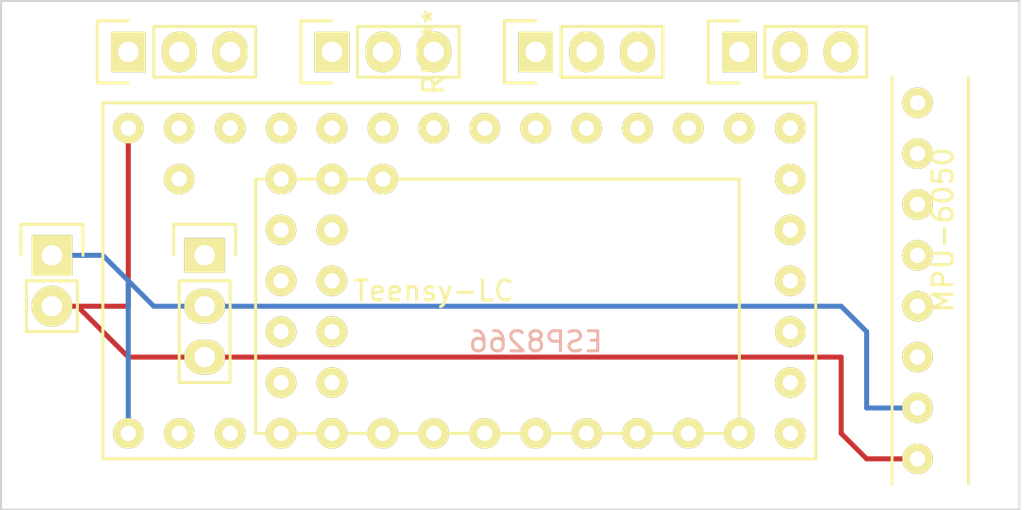
<source format=kicad_pcb>
(kicad_pcb (version 4) (host pcbnew 0.201503190816+5525~22~ubuntu14.10.1-product)

  (general
    (links 0)
    (no_connects 0)
    (area 16.680713 34.239999 75.514048 59.740001)
    (thickness 1.6)
    (drawings 4)
    (tracks 18)
    (zones 0)
    (modules 10)
    (nets 1)
  )

  (page A4)
  (layers
    (0 F.Cu signal)
    (31 B.Cu signal)
    (32 B.Adhes user)
    (33 F.Adhes user)
    (34 B.Paste user)
    (35 F.Paste user)
    (36 B.SilkS user hide)
    (37 F.SilkS user hide)
    (38 B.Mask user)
    (39 F.Mask user)
    (40 Dwgs.User user)
    (41 Cmts.User user)
    (42 Eco1.User user)
    (43 Eco2.User user)
    (44 Edge.Cuts user)
    (45 Margin user)
    (46 B.CrtYd user)
    (47 F.CrtYd user)
    (48 B.Fab user)
    (49 F.Fab user)
  )

  (setup
    (last_trace_width 0.25)
    (trace_clearance 0.2)
    (zone_clearance 0.508)
    (zone_45_only no)
    (trace_min 0.2)
    (segment_width 0.2)
    (edge_width 0.1)
    (via_size 0.6)
    (via_drill 0.4)
    (via_min_size 0.4)
    (via_min_drill 0.3)
    (uvia_size 0.3)
    (uvia_drill 0.1)
    (uvias_allowed no)
    (uvia_min_size 0.2)
    (uvia_min_drill 0.1)
    (pcb_text_width 0.3)
    (pcb_text_size 1.5 1.5)
    (mod_edge_width 0.15)
    (mod_text_size 1 1)
    (mod_text_width 0.15)
    (pad_size 1.5 1.5)
    (pad_drill 0.6)
    (pad_to_mask_clearance 0)
    (aux_axis_origin 0 0)
    (visible_elements FFFFF77F)
    (pcbplotparams
      (layerselection 0x010f0_80000001)
      (usegerberextensions true)
      (excludeedgelayer true)
      (linewidth 0.100000)
      (plotframeref false)
      (viasonmask false)
      (mode 1)
      (useauxorigin false)
      (hpglpennumber 1)
      (hpglpenspeed 20)
      (hpglpendiameter 15)
      (hpglpenoverlay 2)
      (psnegative false)
      (psa4output false)
      (plotreference true)
      (plotvalue true)
      (plotinvisibletext false)
      (padsonsilk false)
      (subtractmaskfromsilk false)
      (outputformat 1)
      (mirror false)
      (drillshape 0)
      (scaleselection 1)
      (outputdirectory /tmp/wthin))
  )

  (net 0 "")

  (net_class Default "This is the default net class."
    (clearance 0.2)
    (trace_width 0.25)
    (via_dia 0.6)
    (via_drill 0.4)
    (uvia_dia 0.3)
    (uvia_drill 0.1)
  )

  (module Pin_Headers:Pin_Header_Straight_1x03 (layer F.Cu) (tedit 550DECEF) (tstamp 550DE244)
    (at 60.96 36.83 90)
    (descr "Through hole pin header")
    (tags "pin header")
    (fp_text reference REF**M4 (at 0 -5.1 90) (layer F.SilkS) hide
      (effects (font (size 1 1) (thickness 0.15)))
    )
    (fp_text value M4 (at 0 -3.1 90) (layer F.Fab)
      (effects (font (size 1 1) (thickness 0.15)))
    )
    (fp_line (start -1.75 -1.75) (end -1.75 6.85) (layer F.CrtYd) (width 0.05))
    (fp_line (start 1.75 -1.75) (end 1.75 6.85) (layer F.CrtYd) (width 0.05))
    (fp_line (start -1.75 -1.75) (end 1.75 -1.75) (layer F.CrtYd) (width 0.05))
    (fp_line (start -1.75 6.85) (end 1.75 6.85) (layer F.CrtYd) (width 0.05))
    (fp_line (start -1.27 1.27) (end -1.27 6.35) (layer F.SilkS) (width 0.15))
    (fp_line (start -1.27 6.35) (end 1.27 6.35) (layer F.SilkS) (width 0.15))
    (fp_line (start 1.27 6.35) (end 1.27 1.27) (layer F.SilkS) (width 0.15))
    (fp_line (start 1.55 -1.55) (end 1.55 0) (layer F.SilkS) (width 0.15))
    (fp_line (start 1.27 1.27) (end -1.27 1.27) (layer F.SilkS) (width 0.15))
    (fp_line (start -1.55 0) (end -1.55 -1.55) (layer F.SilkS) (width 0.15))
    (fp_line (start -1.55 -1.55) (end 1.55 -1.55) (layer F.SilkS) (width 0.15))
    (pad 1 thru_hole rect (at 0 0 90) (size 2.032 1.7272) (drill 1.016) (layers *.Cu *.Mask F.SilkS))
    (pad 2 thru_hole oval (at 0 2.54 90) (size 2.032 1.7272) (drill 1.016) (layers *.Cu *.Mask F.SilkS))
    (pad 3 thru_hole oval (at 0 5.08 90) (size 2.032 1.7272) (drill 1.016) (layers *.Cu *.Mask F.SilkS))
    (model Pin_Headers.3dshapes/Pin_Header_Straight_1x03.wrl
      (at (xyz 0 -0.1 0))
      (scale (xyz 1 1 1))
      (rotate (xyz 0 0 90))
    )
  )

  (module Pin_Headers:Pin_Header_Straight_1x03 (layer F.Cu) (tedit 550DECE3) (tstamp 550DE20C)
    (at 50.8 36.83 90)
    (descr "Through hole pin header")
    (tags "pin header")
    (fp_text reference REF**M3 (at 0 -5.1 90) (layer F.SilkS) hide
      (effects (font (size 1 1) (thickness 0.15)))
    )
    (fp_text value M3 (at 0 -3.1 90) (layer F.Fab)
      (effects (font (size 1 1) (thickness 0.15)))
    )
    (fp_line (start -1.75 -1.75) (end -1.75 6.85) (layer F.CrtYd) (width 0.05))
    (fp_line (start 1.75 -1.75) (end 1.75 6.85) (layer F.CrtYd) (width 0.05))
    (fp_line (start -1.75 -1.75) (end 1.75 -1.75) (layer F.CrtYd) (width 0.05))
    (fp_line (start -1.75 6.85) (end 1.75 6.85) (layer F.CrtYd) (width 0.05))
    (fp_line (start -1.27 1.27) (end -1.27 6.35) (layer F.SilkS) (width 0.15))
    (fp_line (start -1.27 6.35) (end 1.27 6.35) (layer F.SilkS) (width 0.15))
    (fp_line (start 1.27 6.35) (end 1.27 1.27) (layer F.SilkS) (width 0.15))
    (fp_line (start 1.55 -1.55) (end 1.55 0) (layer F.SilkS) (width 0.15))
    (fp_line (start 1.27 1.27) (end -1.27 1.27) (layer F.SilkS) (width 0.15))
    (fp_line (start -1.55 0) (end -1.55 -1.55) (layer F.SilkS) (width 0.15))
    (fp_line (start -1.55 -1.55) (end 1.55 -1.55) (layer F.SilkS) (width 0.15))
    (pad 1 thru_hole rect (at 0 0 90) (size 2.032 1.7272) (drill 1.016) (layers *.Cu *.Mask F.SilkS))
    (pad 2 thru_hole oval (at 0 2.54 90) (size 2.032 1.7272) (drill 1.016) (layers *.Cu *.Mask F.SilkS))
    (pad 3 thru_hole oval (at 0 5.08 90) (size 2.032 1.7272) (drill 1.016) (layers *.Cu *.Mask F.SilkS))
    (model Pin_Headers.3dshapes/Pin_Header_Straight_1x03.wrl
      (at (xyz 0 -0.1 0))
      (scale (xyz 1 1 1))
      (rotate (xyz 0 0 90))
    )
  )

  (module Pin_Headers:Pin_Header_Straight_1x03 (layer F.Cu) (tedit 550DDF07) (tstamp 550DE1E9)
    (at 50.8 36.83 90)
    (descr "Through hole pin header")
    (tags "pin header")
    (fp_text reference REF** (at 0 -5.1 90) (layer F.SilkS)
      (effects (font (size 1 1) (thickness 0.15)))
    )
    (fp_text value Pin_Header_Straight_1x03 (at 0 -3.1 90) (layer F.Fab) hide
      (effects (font (size 1 1) (thickness 0.15)))
    )
    (fp_line (start -1.75 -1.75) (end -1.75 6.85) (layer F.CrtYd) (width 0.05))
    (fp_line (start 1.75 -1.75) (end 1.75 6.85) (layer F.CrtYd) (width 0.05))
    (fp_line (start -1.75 -1.75) (end 1.75 -1.75) (layer F.CrtYd) (width 0.05))
    (fp_line (start -1.75 6.85) (end 1.75 6.85) (layer F.CrtYd) (width 0.05))
    (fp_line (start -1.27 1.27) (end -1.27 6.35) (layer F.SilkS) (width 0.15))
    (fp_line (start -1.27 6.35) (end 1.27 6.35) (layer F.SilkS) (width 0.15))
    (fp_line (start 1.27 6.35) (end 1.27 1.27) (layer F.SilkS) (width 0.15))
    (fp_line (start 1.55 -1.55) (end 1.55 0) (layer F.SilkS) (width 0.15))
    (fp_line (start 1.27 1.27) (end -1.27 1.27) (layer F.SilkS) (width 0.15))
    (fp_line (start -1.55 0) (end -1.55 -1.55) (layer F.SilkS) (width 0.15))
    (fp_line (start -1.55 -1.55) (end 1.55 -1.55) (layer F.SilkS) (width 0.15))
    (pad 1 thru_hole rect (at 0 0 90) (size 2.032 1.7272) (drill 1.016) (layers *.Cu *.Mask F.SilkS))
    (pad 2 thru_hole oval (at 0 2.54 90) (size 2.032 1.7272) (drill 1.016) (layers *.Cu *.Mask F.SilkS))
    (pad 3 thru_hole oval (at 0 5.08 90) (size 2.032 1.7272) (drill 1.016) (layers *.Cu *.Mask F.SilkS))
    (model Pin_Headers.3dshapes/Pin_Header_Straight_1x03.wrl
      (at (xyz 0 -0.1 0))
      (scale (xyz 1 1 1))
      (rotate (xyz 0 0 90))
    )
  )

  (module Pin_Headers:Pin_Header_Straight_1x03 (layer F.Cu) (tedit 550DECD9) (tstamp 550DE1C6)
    (at 40.64 36.83 90)
    (descr "Through hole pin header")
    (tags "pin header")
    (fp_text reference REF**M2 (at 0 -5.1 90) (layer F.SilkS) hide
      (effects (font (size 1 1) (thickness 0.15)))
    )
    (fp_text value M2 (at 0 -3.1 90) (layer F.Fab)
      (effects (font (size 1 1) (thickness 0.15)))
    )
    (fp_line (start -1.75 -1.75) (end -1.75 6.85) (layer F.CrtYd) (width 0.05))
    (fp_line (start 1.75 -1.75) (end 1.75 6.85) (layer F.CrtYd) (width 0.05))
    (fp_line (start -1.75 -1.75) (end 1.75 -1.75) (layer F.CrtYd) (width 0.05))
    (fp_line (start -1.75 6.85) (end 1.75 6.85) (layer F.CrtYd) (width 0.05))
    (fp_line (start -1.27 1.27) (end -1.27 6.35) (layer F.SilkS) (width 0.15))
    (fp_line (start -1.27 6.35) (end 1.27 6.35) (layer F.SilkS) (width 0.15))
    (fp_line (start 1.27 6.35) (end 1.27 1.27) (layer F.SilkS) (width 0.15))
    (fp_line (start 1.55 -1.55) (end 1.55 0) (layer F.SilkS) (width 0.15))
    (fp_line (start 1.27 1.27) (end -1.27 1.27) (layer F.SilkS) (width 0.15))
    (fp_line (start -1.55 0) (end -1.55 -1.55) (layer F.SilkS) (width 0.15))
    (fp_line (start -1.55 -1.55) (end 1.55 -1.55) (layer F.SilkS) (width 0.15))
    (pad 1 thru_hole rect (at 0 0 90) (size 2.032 1.7272) (drill 1.016) (layers *.Cu *.Mask F.SilkS))
    (pad 2 thru_hole oval (at 0 2.54 90) (size 2.032 1.7272) (drill 1.016) (layers *.Cu *.Mask F.SilkS))
    (pad 3 thru_hole oval (at 0 5.08 90) (size 2.032 1.7272) (drill 1.016) (layers *.Cu *.Mask F.SilkS))
    (model Pin_Headers.3dshapes/Pin_Header_Straight_1x03.wrl
      (at (xyz 0 -0.1 0))
      (scale (xyz 1 1 1))
      (rotate (xyz 0 0 90))
    )
  )

  (module modules:Teensy-LC (layer F.Cu) (tedit 550D480C) (tstamp 550BA388)
    (at 45.72 48.26)
    (fp_text reference Teensy-LC (at 0 0.5) (layer F.SilkS)
      (effects (font (size 1 1) (thickness 0.15)))
    )
    (fp_text value Teensy-LC (at 0 -0.5) (layer F.Fab)
      (effects (font (size 1 1) (thickness 0.15)))
    )
    (fp_line (start -16.51 -8.89) (end 19.05 -8.89) (layer F.SilkS) (width 0.15))
    (fp_line (start 19.05 -8.89) (end 19.05 8.89) (layer F.SilkS) (width 0.15))
    (fp_line (start 19.05 8.89) (end -16.51 8.89) (layer F.SilkS) (width 0.15))
    (fp_line (start -16.51 8.89) (end -16.51 -8.89) (layer F.SilkS) (width 0.15))
    (pad 5v thru_hole circle (at -15.24 -7.62) (size 1.524 1.524) (drill 0.762) (layers *.Cu *.Mask F.SilkS))
    (pad GND thru_hole circle (at -15.24 7.62) (size 1.524 1.524) (drill 0.762) (layers *.Cu *.Mask F.SilkS))
    (pad 0 thru_hole circle (at -12.7 7.62) (size 1.524 1.524) (drill 0.762) (layers *.Cu *.Mask F.SilkS))
    (pad 1 thru_hole circle (at -10.16 7.62) (size 1.524 1.524) (drill 0.762) (layers *.Cu *.Mask F.SilkS))
    (pad 2 thru_hole circle (at -7.62 7.62) (size 1.524 1.524) (drill 0.762) (layers *.Cu *.Mask F.SilkS))
    (pad 3 thru_hole circle (at -5.08 7.62) (size 1.524 1.524) (drill 0.762) (layers *.Cu *.Mask F.SilkS))
    (pad 4 thru_hole circle (at -2.54 7.62) (size 1.524 1.524) (drill 0.762) (layers *.Cu *.Mask F.SilkS))
    (pad 13 thru_hole circle (at 0 7.62) (size 1.524 1.524) (drill 0.762) (layers *.Cu *.Mask F.SilkS))
    (pad 14 thru_hole circle (at 2.54 7.62) (size 1.524 1.524) (drill 0.762) (layers *.Cu *.Mask F.SilkS))
    (pad 15 thru_hole circle (at 5.08 7.62) (size 1.524 1.524) (drill 0.762) (layers *.Cu *.Mask F.SilkS))
    (pad 16 thru_hole circle (at 7.62 7.62) (size 1.524 1.524) (drill 0.762) (layers *.Cu *.Mask F.SilkS))
    (pad 17 thru_hole circle (at 10.16 7.62) (size 1.524 1.524) (drill 0.762) (layers *.Cu *.Mask F.SilkS))
    (pad 18 thru_hole circle (at 12.7 7.62) (size 1.524 1.524) (drill 0.762) (layers *.Cu *.Mask F.SilkS))
    (pad 19 thru_hole circle (at 15.24 7.62) (size 1.524 1.524) (drill 0.762) (layers *.Cu *.Mask F.SilkS))
    (pad 20 thru_hole circle (at 17.78 7.62) (size 1.524 1.524) (drill 0.762) (layers *.Cu *.Mask F.SilkS))
    (pad GND thru_hole circle (at -12.7 -7.62) (size 1.524 1.524) (drill 0.762) (layers *.Cu *.Mask F.SilkS))
    (pad 3.3v thru_hole circle (at -10.16 -7.62) (size 1.524 1.524) (drill 0.762) (layers *.Cu *.Mask F.SilkS))
    (pad 23 thru_hole circle (at -7.62 -7.62) (size 1.524 1.524) (drill 0.762) (layers *.Cu *.Mask F.SilkS))
    (pad 24 thru_hole circle (at -5.08 -7.62) (size 1.524 1.524) (drill 0.762) (layers *.Cu *.Mask F.SilkS))
    (pad 25 thru_hole circle (at -2.54 -7.62) (size 1.524 1.524) (drill 0.762) (layers *.Cu *.Mask F.SilkS))
    (pad 26 thru_hole circle (at 0 -7.62) (size 1.524 1.524) (drill 0.762) (layers *.Cu *.Mask F.SilkS))
    (pad 27 thru_hole circle (at 2.54 -7.62) (size 1.524 1.524) (drill 0.762) (layers *.Cu *.Mask F.SilkS))
    (pad 28 thru_hole circle (at 5.08 -7.62) (size 1.524 1.524) (drill 0.762) (layers *.Cu *.Mask F.SilkS))
    (pad 29 thru_hole circle (at 7.62 -7.62) (size 1.524 1.524) (drill 0.762) (layers *.Cu *.Mask F.SilkS))
    (pad 30 thru_hole circle (at 10.16 -7.62) (size 1.524 1.524) (drill 0.762) (layers *.Cu *.Mask F.SilkS))
    (pad 31 thru_hole circle (at 12.7 -7.62) (size 1.524 1.524) (drill 0.762) (layers *.Cu *.Mask F.SilkS))
    (pad 32 thru_hole circle (at 15.24 -7.62) (size 1.524 1.524) (drill 0.762) (layers *.Cu *.Mask F.SilkS))
    (pad 33 thru_hole circle (at 17.78 -7.62) (size 1.524 1.524) (drill 0.762) (layers *.Cu *.Mask F.SilkS))
    (pad 34 thru_hole circle (at 17.78 -5.08) (size 1.524 1.524) (drill 0.762) (layers *.Cu *.Mask F.SilkS))
    (pad 35 thru_hole circle (at 17.78 -2.54) (size 1.524 1.524) (drill 0.762) (layers *.Cu *.Mask F.SilkS))
    (pad GND thru_hole circle (at 17.78 0) (size 1.524 1.524) (drill 0.762) (layers *.Cu *.Mask F.SilkS))
    (pad 3.3v thru_hole circle (at 17.78 2.54) (size 1.524 1.524) (drill 0.762) (layers *.Cu *.Mask F.SilkS))
    (pad 38 thru_hole circle (at 17.78 5.08) (size 1.524 1.524) (drill 0.762) (layers *.Cu *.Mask F.SilkS))
    (pad 1 thru_hole circle (at -12.7 -5.08) (size 1.524 1.524) (drill 0.762) (layers *.Cu *.Mask F.SilkS))
    (pad 2 thru_hole circle (at -7.62 -5.08) (size 1.524 1.524) (drill 0.762) (layers *.Cu *.Mask F.SilkS))
    (pad 3 thru_hole circle (at -5.08 -5.08) (size 1.524 1.524) (drill 0.762) (layers *.Cu *.Mask F.SilkS))
    (pad 4 thru_hole circle (at -2.54 -5.08) (size 1.524 1.524) (drill 0.762) (layers *.Cu *.Mask F.SilkS))
  )

  (module modules:MPU6050-thin (layer F.Cu) (tedit 550DD8AD) (tstamp 550DD982)
    (at 74.93 49.53 90)
    (fp_text reference MPU-6050 (at 3.81 -3.81 90) (layer F.SilkS)
      (effects (font (size 1 1) (thickness 0.15)))
    )
    (fp_text value MPU6050 (at -5.08 -3.81 90) (layer F.Fab)
      (effects (font (size 1 1) (thickness 0.15)))
    )
    (fp_line (start -8.89 -6.35) (end 11.43 -6.35) (layer F.SilkS) (width 0.15))
    (fp_line (start 11.43 -2.54) (end -8.89 -2.54) (layer F.SilkS) (width 0.15))
    (pad 1 thru_hole circle (at -7.62 -5.08 90) (size 1.524 1.524) (drill 0.762) (layers *.Cu *.Mask F.SilkS))
    (pad 2 thru_hole circle (at -5.08 -5.08 90) (size 1.524 1.524) (drill 0.762) (layers *.Cu *.Mask F.SilkS))
    (pad 3 thru_hole circle (at -2.54 -5.08 90) (size 1.524 1.524) (drill 0.762) (layers *.Cu *.Mask F.SilkS))
    (pad 4 thru_hole circle (at 0 -5.08 90) (size 1.524 1.524) (drill 0.762) (layers *.Cu *.Mask F.SilkS))
    (pad 5 thru_hole circle (at 2.54 -5.08 90) (size 1.524 1.524) (drill 0.762) (layers *.Cu *.Mask F.SilkS))
    (pad 6 thru_hole circle (at 5.08 -5.08 90) (size 1.524 1.524) (drill 0.762) (layers *.Cu *.Mask F.SilkS))
    (pad 7 thru_hole circle (at 7.62 -5.08 90) (size 1.524 1.524) (drill 0.762) (layers *.Cu *.Mask F.SilkS))
    (pad 8 thru_hole circle (at 10.16 -5.08 90) (size 1.524 1.524) (drill 0.762) (layers *.Cu *.Mask F.SilkS))
  )

  (module modules:ESP8266 (layer F.Cu) (tedit 550DDDB3) (tstamp 550DDDBE)
    (at 50.8 50.8)
    (fp_text reference ESP8266 (at 0 0.5) (layer B.SilkS)
      (effects (font (size 1 1) (thickness 0.15)) (justify mirror))
    )
    (fp_text value ESP8266 (at 0 -0.5) (layer F.Fab)
      (effects (font (size 1 1) (thickness 0.15)))
    )
    (fp_line (start -13.97 5.08) (end -13.97 -7.62) (layer F.SilkS) (width 0.15))
    (fp_line (start -13.97 -7.62) (end 10.16 -7.62) (layer F.SilkS) (width 0.15))
    (fp_line (start 10.16 -7.62) (end 10.16 5.08) (layer F.SilkS) (width 0.15))
    (fp_line (start 10.16 5.08) (end -13.97 5.08) (layer F.SilkS) (width 0.15))
    (pad 1 thru_hole circle (at -12.7 -5.08) (size 1.524 1.524) (drill 0.762) (layers *.Cu *.Mask F.SilkS))
    (pad 2 thru_hole circle (at -12.7 -2.54) (size 1.524 1.524) (drill 0.762) (layers *.Cu *.Mask F.SilkS))
    (pad 3 thru_hole circle (at -12.7 2.54) (size 1.524 1.524) (drill 0.762) (layers *.Cu *.Mask F.SilkS))
    (pad 5 thru_hole circle (at -12.7 0) (size 1.524 1.524) (drill 0.762) (layers *.Cu *.Mask F.SilkS))
    (pad 6 thru_hole circle (at -10.16 2.54) (size 1.524 1.524) (drill 0.762) (layers *.Cu *.Mask F.SilkS))
    (pad 7 thru_hole circle (at -10.16 0) (size 1.524 1.524) (drill 0.762) (layers *.Cu *.Mask F.SilkS))
    (pad 8 thru_hole circle (at -10.16 -2.54) (size 1.524 1.524) (drill 0.762) (layers *.Cu *.Mask F.SilkS))
    (pad 9 thru_hole circle (at -10.16 -5.08) (size 1.524 1.524) (drill 0.762) (layers *.Cu *.Mask F.SilkS))
  )

  (module Pin_Headers:Pin_Header_Straight_1x02 (layer F.Cu) (tedit 550DEC4B) (tstamp 550DDEC0)
    (at 26.67 46.99)
    (descr "Through hole pin header")
    (tags "pin header")
    (fp_text reference REF** (at 0 -5.1) (layer F.SilkS) hide
      (effects (font (size 1 1) (thickness 0.15)))
    )
    (fp_text value Pin_Header_Straight_1x02 (at 0 -3.1) (layer F.Fab) hide
      (effects (font (size 1 1) (thickness 0.15)))
    )
    (fp_line (start 1.27 1.27) (end 1.27 3.81) (layer F.SilkS) (width 0.15))
    (fp_line (start 1.55 -1.55) (end 1.55 0) (layer F.SilkS) (width 0.15))
    (fp_line (start -1.75 -1.75) (end -1.75 4.3) (layer F.CrtYd) (width 0.05))
    (fp_line (start 1.75 -1.75) (end 1.75 4.3) (layer F.CrtYd) (width 0.05))
    (fp_line (start -1.75 -1.75) (end 1.75 -1.75) (layer F.CrtYd) (width 0.05))
    (fp_line (start -1.75 4.3) (end 1.75 4.3) (layer F.CrtYd) (width 0.05))
    (fp_line (start 1.27 1.27) (end -1.27 1.27) (layer F.SilkS) (width 0.15))
    (fp_line (start -1.55 0) (end -1.55 -1.55) (layer F.SilkS) (width 0.15))
    (fp_line (start -1.55 -1.55) (end 1.55 -1.55) (layer F.SilkS) (width 0.15))
    (fp_line (start -1.27 1.27) (end -1.27 3.81) (layer F.SilkS) (width 0.15))
    (fp_line (start -1.27 3.81) (end 1.27 3.81) (layer F.SilkS) (width 0.15))
    (pad 1 thru_hole rect (at 0 0) (size 2.032 2.032) (drill 1.016) (layers *.Cu *.Mask F.SilkS))
    (pad 2 thru_hole oval (at 0 2.54) (size 2.032 2.032) (drill 1.016) (layers *.Cu *.Mask F.SilkS))
    (model Pin_Headers.3dshapes/Pin_Header_Straight_1x02.wrl
      (at (xyz 0 -0.05 0))
      (scale (xyz 1 1 1))
      (rotate (xyz 0 0 90))
    )
  )

  (module Pin_Headers:Pin_Header_Straight_1x03 (layer F.Cu) (tedit 550DECFD) (tstamp 550DDF49)
    (at 34.29 46.99)
    (descr "Through hole pin header")
    (tags "pin header")
    (fp_text reference REF** (at 0 -5.1) (layer F.SilkS) hide
      (effects (font (size 1 1) (thickness 0.15)))
    )
    (fp_text value Pin_Header_Straight_1x03 (at 0 -3.1) (layer F.Fab) hide
      (effects (font (size 1 1) (thickness 0.15)))
    )
    (fp_line (start -1.75 -1.75) (end -1.75 6.85) (layer F.CrtYd) (width 0.05))
    (fp_line (start 1.75 -1.75) (end 1.75 6.85) (layer F.CrtYd) (width 0.05))
    (fp_line (start -1.75 -1.75) (end 1.75 -1.75) (layer F.CrtYd) (width 0.05))
    (fp_line (start -1.75 6.85) (end 1.75 6.85) (layer F.CrtYd) (width 0.05))
    (fp_line (start -1.27 1.27) (end -1.27 6.35) (layer F.SilkS) (width 0.15))
    (fp_line (start -1.27 6.35) (end 1.27 6.35) (layer F.SilkS) (width 0.15))
    (fp_line (start 1.27 6.35) (end 1.27 1.27) (layer F.SilkS) (width 0.15))
    (fp_line (start 1.55 -1.55) (end 1.55 0) (layer F.SilkS) (width 0.15))
    (fp_line (start 1.27 1.27) (end -1.27 1.27) (layer F.SilkS) (width 0.15))
    (fp_line (start -1.55 0) (end -1.55 -1.55) (layer F.SilkS) (width 0.15))
    (fp_line (start -1.55 -1.55) (end 1.55 -1.55) (layer F.SilkS) (width 0.15))
    (pad 1 thru_hole rect (at 0 0) (size 2.032 1.7272) (drill 1.016) (layers *.Cu *.Mask F.SilkS))
    (pad 2 thru_hole oval (at 0 2.54) (size 2.032 1.7272) (drill 1.016) (layers *.Cu *.Mask F.SilkS))
    (pad 3 thru_hole oval (at 0 5.08) (size 2.032 1.7272) (drill 1.016) (layers *.Cu *.Mask F.SilkS))
    (model Pin_Headers.3dshapes/Pin_Header_Straight_1x03.wrl
      (at (xyz 0 -0.1 0))
      (scale (xyz 1 1 1))
      (rotate (xyz 0 0 90))
    )
  )

  (module Pin_Headers:Pin_Header_Straight_1x03 (layer F.Cu) (tedit 550DECCE) (tstamp 550DE17E)
    (at 30.48 36.83 90)
    (descr "Through hole pin header")
    (tags "pin header")
    (fp_text reference REF**M1 (at 0 -5.1 90) (layer F.SilkS) hide
      (effects (font (size 1 1) (thickness 0.15)))
    )
    (fp_text value M1 (at 0 -3.1 90) (layer F.Fab)
      (effects (font (size 1 1) (thickness 0.15)))
    )
    (fp_line (start -1.75 -1.75) (end -1.75 6.85) (layer F.CrtYd) (width 0.05))
    (fp_line (start 1.75 -1.75) (end 1.75 6.85) (layer F.CrtYd) (width 0.05))
    (fp_line (start -1.75 -1.75) (end 1.75 -1.75) (layer F.CrtYd) (width 0.05))
    (fp_line (start -1.75 6.85) (end 1.75 6.85) (layer F.CrtYd) (width 0.05))
    (fp_line (start -1.27 1.27) (end -1.27 6.35) (layer F.SilkS) (width 0.15))
    (fp_line (start -1.27 6.35) (end 1.27 6.35) (layer F.SilkS) (width 0.15))
    (fp_line (start 1.27 6.35) (end 1.27 1.27) (layer F.SilkS) (width 0.15))
    (fp_line (start 1.55 -1.55) (end 1.55 0) (layer F.SilkS) (width 0.15))
    (fp_line (start 1.27 1.27) (end -1.27 1.27) (layer F.SilkS) (width 0.15))
    (fp_line (start -1.55 0) (end -1.55 -1.55) (layer F.SilkS) (width 0.15))
    (fp_line (start -1.55 -1.55) (end 1.55 -1.55) (layer F.SilkS) (width 0.15))
    (pad 1 thru_hole rect (at 0 0 90) (size 2.032 1.7272) (drill 1.016) (layers *.Cu *.Mask F.SilkS))
    (pad 2 thru_hole oval (at 0 2.54 90) (size 2.032 1.7272) (drill 1.016) (layers *.Cu *.Mask F.SilkS))
    (pad 3 thru_hole oval (at 0 5.08 90) (size 2.032 1.7272) (drill 1.016) (layers *.Cu *.Mask F.SilkS))
    (model Pin_Headers.3dshapes/Pin_Header_Straight_1x03.wrl
      (at (xyz 0 -0.1 0))
      (scale (xyz 1 1 1))
      (rotate (xyz 0 0 90))
    )
  )

  (gr_line (start 24.13 59.69) (end 24.13 34.29) (angle 90) (layer Edge.Cuts) (width 0.1))
  (gr_line (start 74.93 59.69) (end 24.13 59.69) (angle 90) (layer Edge.Cuts) (width 0.1))
  (gr_line (start 74.93 34.29) (end 74.93 59.69) (angle 90) (layer Edge.Cuts) (width 0.1))
  (gr_line (start 24.13 34.29) (end 74.93 34.29) (angle 90) (layer Edge.Cuts) (width 0.1))

  (segment (start 34.29 52.07) (end 66.04 52.07) (width 0.25) (layer F.Cu) (net 0) (status 400000))
  (segment (start 67.31 57.15) (end 69.85 57.15) (width 0.25) (layer F.Cu) (net 0) (tstamp 550DE533) (status 800000))
  (segment (start 66.04 55.88) (end 67.31 57.15) (width 0.25) (layer F.Cu) (net 0) (tstamp 550DE530))
  (segment (start 66.04 52.07) (end 66.04 55.88) (width 0.25) (layer F.Cu) (net 0) (tstamp 550DE52C))
  (segment (start 30.48 48.26) (end 30.48 55.88) (width 0.25) (layer B.Cu) (net 0))
  (segment (start 26.67 49.53) (end 30.48 49.53) (width 0.25) (layer F.Cu) (net 0))
  (segment (start 30.48 49.53) (end 30.48 40.64) (width 0.25) (layer F.Cu) (net 0) (tstamp 550DE4E5))
  (segment (start 26.67 49.53) (end 27.94 49.53) (width 0.25) (layer F.Cu) (net 0))
  (segment (start 30.48 52.07) (end 34.29 52.07) (width 0.25) (layer F.Cu) (net 0) (tstamp 550DE4E0))
  (segment (start 27.94 49.53) (end 30.48 52.07) (width 0.25) (layer F.Cu) (net 0) (tstamp 550DE4D8))
  (segment (start 34.29 49.53) (end 66.04 49.53) (width 0.25) (layer B.Cu) (net 0))
  (segment (start 67.31 54.61) (end 69.85 54.61) (width 0.25) (layer B.Cu) (net 0) (tstamp 550DE275))
  (segment (start 67.31 50.8) (end 67.31 54.61) (width 0.25) (layer B.Cu) (net 0) (tstamp 550DE273))
  (segment (start 66.04 49.53) (end 67.31 50.8) (width 0.25) (layer B.Cu) (net 0) (tstamp 550DE271))
  (segment (start 26.67 46.99) (end 29.21 46.99) (width 0.25) (layer B.Cu) (net 0))
  (segment (start 31.75 49.53) (end 34.29 49.53) (width 0.25) (layer B.Cu) (net 0) (tstamp 550DE26D))
  (segment (start 29.21 46.99) (end 30.48 48.26) (width 0.25) (layer B.Cu) (net 0) (tstamp 550DE26B))
  (segment (start 30.48 48.26) (end 31.75 49.53) (width 0.25) (layer B.Cu) (net 0) (tstamp 550DE4F9))

)

</source>
